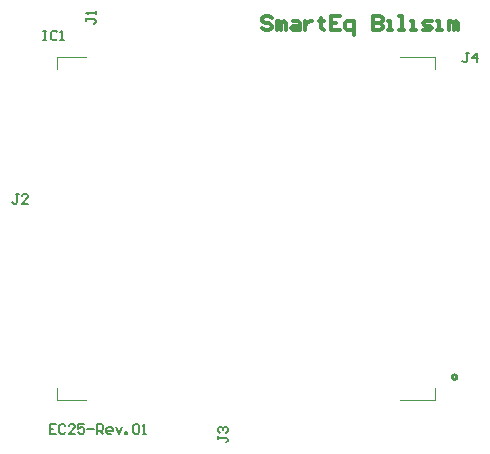
<source format=gto>
G04*
G04 #@! TF.GenerationSoftware,Altium Limited,Altium Designer,22.2.1 (43)*
G04*
G04 Layer_Color=65535*
%FSLAX25Y25*%
%MOIN*%
G70*
G04*
G04 #@! TF.SameCoordinates,176B9DA6-FD0B-44AF-BA7B-BFE41C1ADE4B*
G04*
G04*
G04 #@! TF.FilePolarity,Positive*
G04*
G01*
G75*
%ADD10C,0.01000*%
%ADD11C,0.00394*%
%ADD12C,0.01181*%
%ADD13C,0.00787*%
%ADD14C,0.00500*%
D10*
X148249Y22340D02*
G03*
X148249Y23914I0J787D01*
G01*
D02*
G03*
X148249Y22340I0J-787D01*
G01*
D11*
X141753Y15647D02*
Y19584D01*
X129942Y15647D02*
X141753D01*
X15769D02*
X25414D01*
X15769D02*
Y19584D01*
Y129820D02*
X25414D01*
X15769Y125883D02*
Y129820D01*
X141753Y125883D02*
Y129820D01*
X129942D02*
X141753D01*
D12*
X87330Y142691D02*
X86542Y143478D01*
X84968D01*
X84181Y142691D01*
Y141904D01*
X84968Y141117D01*
X86542D01*
X87330Y140330D01*
Y139542D01*
X86542Y138755D01*
X84968D01*
X84181Y139542D01*
X88904Y138755D02*
Y141904D01*
X89691D01*
X90478Y141117D01*
Y138755D01*
Y141117D01*
X91265Y141904D01*
X92053Y141117D01*
Y138755D01*
X94414Y141904D02*
X95988D01*
X96776Y141117D01*
Y138755D01*
X94414D01*
X93627Y139542D01*
X94414Y140330D01*
X96776D01*
X98350Y141904D02*
Y138755D01*
Y140330D01*
X99137Y141117D01*
X99924Y141904D01*
X100711D01*
X103860Y142691D02*
Y141904D01*
X103073D01*
X104647D01*
X103860D01*
Y139542D01*
X104647Y138755D01*
X110157Y143478D02*
X107008D01*
Y138755D01*
X110157D01*
X107008Y141117D02*
X108583D01*
X114880Y137181D02*
Y141904D01*
X112518D01*
X111731Y141117D01*
Y139542D01*
X112518Y138755D01*
X114880D01*
X121177Y143478D02*
Y138755D01*
X123538D01*
X124326Y139542D01*
Y140330D01*
X123538Y141117D01*
X121177D01*
X123538D01*
X124326Y141904D01*
Y142691D01*
X123538Y143478D01*
X121177D01*
X125900Y138755D02*
X127474D01*
X126687D01*
Y141904D01*
X125900D01*
X129836Y138755D02*
X131410D01*
X130623D01*
Y143478D01*
X129836D01*
X133771Y138755D02*
X135346D01*
X134558D01*
Y141904D01*
X133771D01*
X137707Y138755D02*
X140068D01*
X140856Y139542D01*
X140068Y140330D01*
X138494D01*
X137707Y141117D01*
X138494Y141904D01*
X140856D01*
X142430Y138755D02*
X144004D01*
X143217D01*
Y141904D01*
X142430D01*
X146366Y138755D02*
Y141904D01*
X147153D01*
X147940Y141117D01*
Y138755D01*
Y141117D01*
X148727Y141904D01*
X149514Y141117D01*
Y138755D01*
D13*
X15386Y7436D02*
X13287D01*
Y4287D01*
X15386D01*
X13287Y5862D02*
X14337D01*
X18535Y6911D02*
X18010Y7436D01*
X16961D01*
X16436Y6911D01*
Y4812D01*
X16961Y4287D01*
X18010D01*
X18535Y4812D01*
X21684Y4287D02*
X19585D01*
X21684Y6386D01*
Y6911D01*
X21159Y7436D01*
X20109D01*
X19585Y6911D01*
X24832Y7436D02*
X22733D01*
Y5862D01*
X23783Y6386D01*
X24307D01*
X24832Y5862D01*
Y4812D01*
X24307Y4287D01*
X23258D01*
X22733Y4812D01*
X25882Y5862D02*
X27981D01*
X29030Y4287D02*
Y7436D01*
X30605D01*
X31129Y6911D01*
Y5862D01*
X30605Y5337D01*
X29030D01*
X30080D02*
X31129Y4287D01*
X33753D02*
X32704D01*
X32179Y4812D01*
Y5862D01*
X32704Y6386D01*
X33753D01*
X34278Y5862D01*
Y5337D01*
X32179D01*
X35328Y6386D02*
X36377Y4287D01*
X37427Y6386D01*
X38476Y4287D02*
Y4812D01*
X39001D01*
Y4287D01*
X38476D01*
X41100Y6911D02*
X41625Y7436D01*
X42674D01*
X43199Y6911D01*
Y4812D01*
X42674Y4287D01*
X41625D01*
X41100Y4812D01*
Y6911D01*
X44249Y4287D02*
X45298D01*
X44773D01*
Y7436D01*
X44249Y6911D01*
D14*
X152979Y131200D02*
X151930D01*
X152454D01*
Y128577D01*
X151930Y128052D01*
X151405D01*
X150880Y128577D01*
X155603Y128052D02*
Y131200D01*
X154029Y129626D01*
X156128D01*
X69426Y3475D02*
Y2426D01*
Y2950D01*
X72049D01*
X72574Y2426D01*
Y1901D01*
X72049Y1376D01*
X69950Y4525D02*
X69426Y5049D01*
Y6099D01*
X69950Y6624D01*
X70475D01*
X71000Y6099D01*
Y5574D01*
Y6099D01*
X71525Y6624D01*
X72049D01*
X72574Y6099D01*
Y5049D01*
X72049Y4525D01*
X2975Y84074D02*
X1926D01*
X2451D01*
Y81450D01*
X1926Y80926D01*
X1401D01*
X876Y81450D01*
X6124Y80926D02*
X4025D01*
X6124Y83025D01*
Y83549D01*
X5599Y84074D01*
X4549D01*
X4025Y83549D01*
X25426Y143000D02*
Y141951D01*
Y142475D01*
X28049D01*
X28574Y141951D01*
Y141426D01*
X28049Y140901D01*
X28574Y144050D02*
Y145099D01*
Y144574D01*
X25426D01*
X25951Y144050D01*
X11089Y138574D02*
X12139D01*
X11614D01*
Y135426D01*
X11089D01*
X12139D01*
X15812Y138049D02*
X15287Y138574D01*
X14238D01*
X13713Y138049D01*
Y135951D01*
X14238Y135426D01*
X15287D01*
X15812Y135951D01*
X16861Y135426D02*
X17911D01*
X17386D01*
Y138574D01*
X16861Y138049D01*
M02*

</source>
